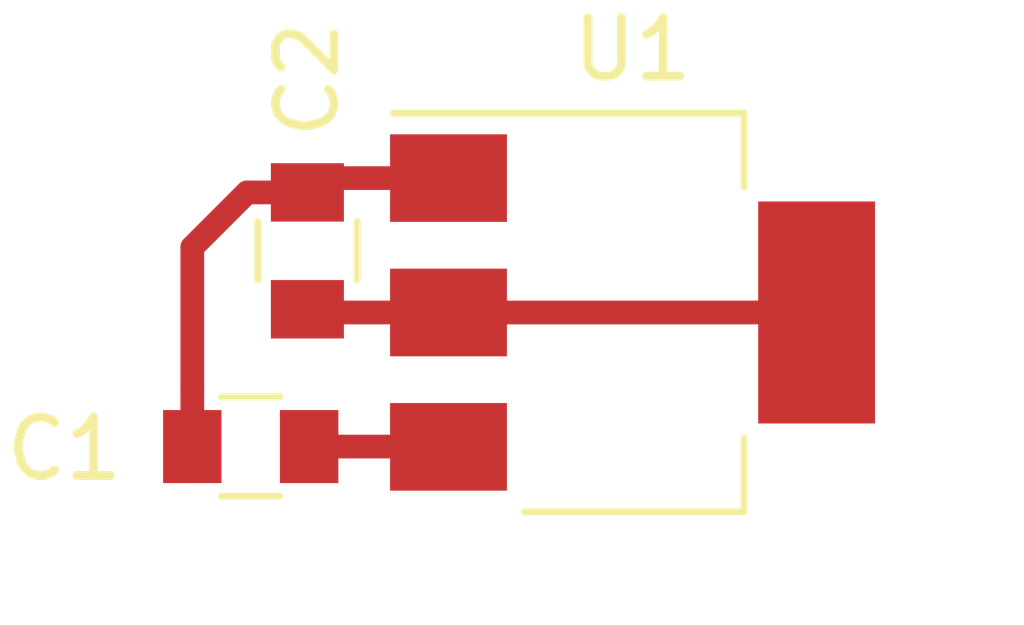
<source format=kicad_pcb>
(kicad_pcb (version 20171130) (host pcbnew 5.1.5-52549c5~84~ubuntu18.04.1)

  (general
    (thickness 1.6)
    (drawings 0)
    (tracks 11)
    (zones 0)
    (modules 3)
    (nets 4)
  )

  (page A4)
  (layers
    (0 F.Cu signal)
    (31 B.Cu signal)
    (32 B.Adhes user)
    (33 F.Adhes user)
    (34 B.Paste user)
    (35 F.Paste user)
    (36 B.SilkS user)
    (37 F.SilkS user)
    (38 B.Mask user)
    (39 F.Mask user)
    (40 Dwgs.User user)
    (41 Cmts.User user)
    (42 Eco1.User user)
    (43 Eco2.User user)
    (44 Edge.Cuts user)
    (45 Margin user)
    (46 B.CrtYd user)
    (47 F.CrtYd user)
    (48 B.Fab user)
    (49 F.Fab user)
  )

  (setup
    (last_trace_width 0.25)
    (user_trace_width 0.4064)
    (trace_clearance 0.2)
    (zone_clearance 0.508)
    (zone_45_only no)
    (trace_min 0.2)
    (via_size 0.8)
    (via_drill 0.4)
    (via_min_size 0.4)
    (via_min_drill 0.3)
    (uvia_size 0.3)
    (uvia_drill 0.1)
    (uvias_allowed no)
    (uvia_min_size 0.2)
    (uvia_min_drill 0.1)
    (edge_width 0.05)
    (segment_width 0.2)
    (pcb_text_width 0.3)
    (pcb_text_size 1.5 1.5)
    (mod_edge_width 0.12)
    (mod_text_size 1 1)
    (mod_text_width 0.15)
    (pad_size 2 3.8)
    (pad_drill 0)
    (pad_to_mask_clearance 0.051)
    (solder_mask_min_width 0.25)
    (aux_axis_origin 0 0)
    (visible_elements FFFFFF7F)
    (pcbplotparams
      (layerselection 0x010fc_ffffffff)
      (usegerberextensions false)
      (usegerberattributes false)
      (usegerberadvancedattributes false)
      (creategerberjobfile false)
      (excludeedgelayer true)
      (linewidth 0.100000)
      (plotframeref false)
      (viasonmask false)
      (mode 1)
      (useauxorigin false)
      (hpglpennumber 1)
      (hpglpenspeed 20)
      (hpglpendiameter 15.000000)
      (psnegative false)
      (psa4output false)
      (plotreference true)
      (plotvalue true)
      (plotinvisibletext false)
      (padsonsilk false)
      (subtractmaskfromsilk false)
      (outputformat 1)
      (mirror false)
      (drillshape 1)
      (scaleselection 1)
      (outputdirectory ""))
  )

  (net 0 "")
  (net 1 /Vin)
  (net 2 GND)
  (net 3 /Vout)

  (net_class Default "This is the default net class."
    (clearance 0.2)
    (trace_width 0.25)
    (via_dia 0.8)
    (via_drill 0.4)
    (uvia_dia 0.3)
    (uvia_drill 0.1)
    (add_net /Vin)
    (add_net /Vout)
    (add_net GND)
  )

  (module footprints:SOT-223 (layer F.Cu) (tedit 5F5979F9) (tstamp 5F59DB7D)
    (at 140.145001 89.845001)
    (descr "module CMS SOT223 4 pins")
    (tags "CMS SOT")
    (path /5F5AAFE4)
    (attr smd)
    (fp_text reference U1 (at 0 -4.5) (layer F.SilkS)
      (effects (font (size 1 1) (thickness 0.15)))
    )
    (fp_text value NCP1117ST50T3G (at 0 4.5) (layer F.Fab)
      (effects (font (size 1 1) (thickness 0.15)))
    )
    (fp_line (start 1.85 -3.35) (end 1.85 3.35) (layer F.Fab) (width 0.1))
    (fp_line (start -1.85 3.35) (end 1.85 3.35) (layer F.Fab) (width 0.1))
    (fp_line (start -4.1 -3.41) (end 1.91 -3.41) (layer F.SilkS) (width 0.12))
    (fp_line (start -0.8 -3.35) (end 1.85 -3.35) (layer F.Fab) (width 0.1))
    (fp_line (start -1.85 3.41) (end 1.91 3.41) (layer F.SilkS) (width 0.12))
    (fp_line (start -1.85 -2.3) (end -1.85 3.35) (layer F.Fab) (width 0.1))
    (fp_line (start -4.4 -3.6) (end -4.4 3.6) (layer F.CrtYd) (width 0.05))
    (fp_line (start -4.4 3.6) (end 4.4 3.6) (layer F.CrtYd) (width 0.05))
    (fp_line (start 4.4 3.6) (end 4.4 -3.6) (layer F.CrtYd) (width 0.05))
    (fp_line (start 4.4 -3.6) (end -4.4 -3.6) (layer F.CrtYd) (width 0.05))
    (fp_line (start 1.91 -3.41) (end 1.91 -2.15) (layer F.SilkS) (width 0.12))
    (fp_line (start 1.91 3.41) (end 1.91 2.15) (layer F.SilkS) (width 0.12))
    (fp_line (start -1.85 -2.3) (end -0.8 -3.35) (layer F.Fab) (width 0.1))
    (fp_text user %R (at 0 0 90) (layer F.Fab)
      (effects (font (size 0.8 0.8) (thickness 0.12)))
    )
    (pad 1 smd rect (at -3.15 -2.3) (size 2 1.5) (layers F.Cu F.Paste F.Mask)
      (net 2 GND))
    (pad 3 smd rect (at -3.15 2.3) (size 2 1.5) (layers F.Cu F.Paste F.Mask)
      (net 1 /Vin))
    (pad 2 smd rect (at -3.15 0) (size 2 1.5) (layers F.Cu F.Paste F.Mask)
      (net 3 /Vout))
    (pad 4 smd rect (at 3.15 0) (size 2 3.8) (layers F.Cu F.Paste F.Mask)
      (net 3 /Vout))
    (model ${LOCAL_DIR}/OEM_Preferred_Parts/3DModels/SOT223/SOT223.stp
      (at (xyz 0 0 0))
      (scale (xyz 1 1 1))
      (rotate (xyz 0 0 0))
    )
  )

  (module footprints:C_0805_OEM (layer F.Cu) (tedit 5C3D8347) (tstamp 5F59DB67)
    (at 134.58 88.79 90)
    (descr "Capacitor SMD 0805, reflow soldering, AVX (see smccp.pdf)")
    (tags "capacitor 0805")
    (path /5F5ABAFA)
    (attr smd)
    (fp_text reference C2 (at 2.93 0 90) (layer F.SilkS)
      (effects (font (size 1 1) (thickness 0.15)))
    )
    (fp_text value C_10uF (at 0 1.75 90) (layer F.Fab) hide
      (effects (font (size 1 1) (thickness 0.15)))
    )
    (fp_line (start 1.75 0.87) (end -1.75 0.87) (layer F.CrtYd) (width 0.05))
    (fp_line (start 1.75 0.87) (end 1.75 -0.88) (layer F.CrtYd) (width 0.05))
    (fp_line (start -1.75 -0.88) (end -1.75 0.87) (layer F.CrtYd) (width 0.05))
    (fp_line (start -1.75 -0.88) (end 1.75 -0.88) (layer F.CrtYd) (width 0.05))
    (fp_line (start -0.5 0.85) (end 0.5 0.85) (layer F.SilkS) (width 0.12))
    (fp_line (start 0.5 -0.85) (end -0.5 -0.85) (layer F.SilkS) (width 0.12))
    (fp_line (start -1 -0.62) (end 1 -0.62) (layer F.Fab) (width 0.1))
    (fp_line (start 1 -0.62) (end 1 0.62) (layer F.Fab) (width 0.1))
    (fp_line (start 1 0.62) (end -1 0.62) (layer F.Fab) (width 0.1))
    (fp_line (start -1 0.62) (end -1 -0.62) (layer F.Fab) (width 0.1))
    (pad 2 smd rect (at 1 0 90) (size 1 1.25) (layers F.Cu F.Paste F.Mask)
      (net 2 GND))
    (pad 1 smd rect (at -1 0 90) (size 1 1.25) (layers F.Cu F.Paste F.Mask)
      (net 3 /Vout))
    (model ${LOCAL_DIR}/OEM_Preferred_Parts/3DModels/C_0805_OEM/C_0805.step
      (at (xyz 0 0 0))
      (scale (xyz 1 1 1))
      (rotate (xyz 0 0 0))
    )
    (model ${LOCAL_DIR}/OEM_Preferred_Parts/3DModels/C_0805_OEM/C_0805.step
      (at (xyz 0 0 0))
      (scale (xyz 1 1 1))
      (rotate (xyz 0 0 0))
    )
  )

  (module footprints:C_0805_OEM (layer F.Cu) (tedit 5C3D8347) (tstamp 5F59DB57)
    (at 133.61 92.14)
    (descr "Capacitor SMD 0805, reflow soldering, AVX (see smccp.pdf)")
    (tags "capacitor 0805")
    (path /5F5B1C4E)
    (attr smd)
    (fp_text reference C1 (at -3.19 0.04) (layer F.SilkS)
      (effects (font (size 1 1) (thickness 0.15)))
    )
    (fp_text value C_10uF_25V (at 0 1.75) (layer F.Fab) hide
      (effects (font (size 1 1) (thickness 0.15)))
    )
    (fp_line (start 1.75 0.87) (end -1.75 0.87) (layer F.CrtYd) (width 0.05))
    (fp_line (start 1.75 0.87) (end 1.75 -0.88) (layer F.CrtYd) (width 0.05))
    (fp_line (start -1.75 -0.88) (end -1.75 0.87) (layer F.CrtYd) (width 0.05))
    (fp_line (start -1.75 -0.88) (end 1.75 -0.88) (layer F.CrtYd) (width 0.05))
    (fp_line (start -0.5 0.85) (end 0.5 0.85) (layer F.SilkS) (width 0.12))
    (fp_line (start 0.5 -0.85) (end -0.5 -0.85) (layer F.SilkS) (width 0.12))
    (fp_line (start -1 -0.62) (end 1 -0.62) (layer F.Fab) (width 0.1))
    (fp_line (start 1 -0.62) (end 1 0.62) (layer F.Fab) (width 0.1))
    (fp_line (start 1 0.62) (end -1 0.62) (layer F.Fab) (width 0.1))
    (fp_line (start -1 0.62) (end -1 -0.62) (layer F.Fab) (width 0.1))
    (pad 2 smd rect (at 1 0) (size 1 1.25) (layers F.Cu F.Paste F.Mask)
      (net 1 /Vin))
    (pad 1 smd rect (at -1 0) (size 1 1.25) (layers F.Cu F.Paste F.Mask)
      (net 2 GND))
    (model ${LOCAL_DIR}/OEM_Preferred_Parts/3DModels/C_0805_OEM/C_0805.step
      (at (xyz 0 0 0))
      (scale (xyz 1 1 1))
      (rotate (xyz 0 0 0))
    )
    (model ${LOCAL_DIR}/OEM_Preferred_Parts/3DModels/C_0805_OEM/C_0805.step
      (at (xyz 0 0 0))
      (scale (xyz 1 1 1))
      (rotate (xyz 0 0 0))
    )
  )

  (segment (start 136.99 92.14) (end 136.995001 92.145001) (width 0.4064) (layer F.Cu) (net 1))
  (segment (start 134.61 92.14) (end 136.99 92.14) (width 0.4064) (layer F.Cu) (net 1))
  (segment (start 134.824999 87.545001) (end 134.58 87.79) (width 0.4064) (layer F.Cu) (net 2))
  (segment (start 136.995001 87.545001) (end 134.824999 87.545001) (width 0.4064) (layer F.Cu) (net 2))
  (segment (start 133.5486 87.79) (end 132.61 88.7286) (width 0.4064) (layer F.Cu) (net 2))
  (segment (start 132.61 91.1086) (end 132.61 92.14) (width 0.4064) (layer F.Cu) (net 2))
  (segment (start 132.61 88.7286) (end 132.61 91.1086) (width 0.4064) (layer F.Cu) (net 2))
  (segment (start 134.58 87.79) (end 133.5486 87.79) (width 0.4064) (layer F.Cu) (net 2))
  (segment (start 134.635001 89.845001) (end 134.58 89.79) (width 0.4064) (layer F.Cu) (net 3))
  (segment (start 136.995001 89.845001) (end 134.635001 89.845001) (width 0.4064) (layer F.Cu) (net 3))
  (segment (start 136.995001 89.845001) (end 143.295001 89.845001) (width 0.4064) (layer F.Cu) (net 3))

)

</source>
